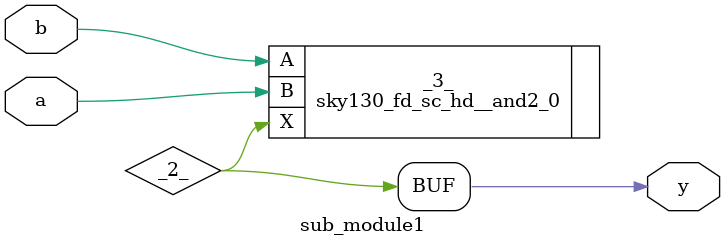
<source format=v>
/* Generated by Yosys 0.9 (git sha1 1979e0b) */

module multiple_module_opt(a, b, c, d, y);
  wire _0_;
  wire _1_;
  wire _2_;
  wire _3_;
  wire _4_;
  input a;
  input b;
  input c;
  input d;
  wire n1;
  output y;
  sky130_fd_sc_hd__a21o_1 _5_ (
    .A1(_3_),
    .A2(_1_),
    .B1(_2_),
    .X(_4_)
  );
  sub_module1 U1 (
    .a(a),
    .b(1'h1),
    .y(n1)
  );
  assign _3_ = n1;
  assign _1_ = b;
  assign _2_ = c;
  assign y = _4_;
endmodule

module sub_module1(a, b, y);
  wire _0_;
  wire _1_;
  wire _2_;
  input a;
  input b;
  output y;
  sky130_fd_sc_hd__and2_0 _3_ (
    .A(_1_),
    .B(_0_),
    .X(_2_)
  );
  assign _1_ = b;
  assign _0_ = a;
  assign y = _2_;
endmodule

</source>
